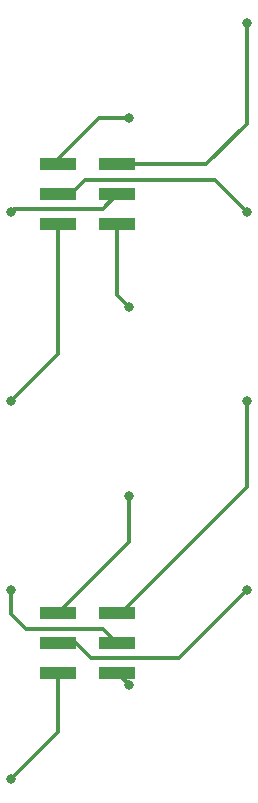
<source format=gbr>
%TF.GenerationSoftware,KiCad,Pcbnew,(6.0.10-0)*%
%TF.CreationDate,2024-12-24T09:07:03+01:00*%
%TF.ProjectId,Keymaster PCB,4b65796d-6173-4746-9572-205043422e6b,rev?*%
%TF.SameCoordinates,Original*%
%TF.FileFunction,Copper,L2,Bot*%
%TF.FilePolarity,Positive*%
%FSLAX46Y46*%
G04 Gerber Fmt 4.6, Leading zero omitted, Abs format (unit mm)*
G04 Created by KiCad (PCBNEW (6.0.10-0)) date 2024-12-24 09:07:03*
%MOMM*%
%LPD*%
G01*
G04 APERTURE LIST*
%TA.AperFunction,SMDPad,CuDef*%
%ADD10R,3.150000X1.000000*%
%TD*%
%TA.AperFunction,ViaPad*%
%ADD11C,0.800000*%
%TD*%
%TA.AperFunction,Conductor*%
%ADD12C,0.350000*%
%TD*%
G04 APERTURE END LIST*
D10*
%TO.P,J2,1,Pin_1*%
%TO.N,Net-(J2-Pad1)*%
X78025000Y-67460000D03*
%TO.P,J2,2,Pin_2*%
%TO.N,Net-(J2-Pad2)*%
X78025000Y-70000000D03*
%TO.P,J2,3,Pin_3*%
%TO.N,Net-(J2-Pad3)*%
X78025000Y-72540000D03*
%TO.P,J2,4,Pin_4*%
%TO.N,Net-(J2-Pad4)*%
X72975000Y-67460000D03*
%TO.P,J2,5,Pin_5*%
%TO.N,Net-(J2-Pad5)*%
X72975000Y-70000000D03*
%TO.P,J2,6,Pin_6*%
%TO.N,Net-(J2-Pad6)*%
X72975000Y-72540000D03*
%TD*%
%TO.P,J1,1,Pin_1*%
%TO.N,Net-(J1-Pad1)*%
X78025000Y-29460000D03*
%TO.P,J1,2,Pin_2*%
%TO.N,Net-(J1-Pad2)*%
X78025000Y-32000000D03*
%TO.P,J1,3,Pin_3*%
%TO.N,Net-(J1-Pad3)*%
X78025000Y-34540000D03*
%TO.P,J1,4,Pin_4*%
%TO.N,Net-(J1-Pad4)*%
X72975000Y-29460000D03*
%TO.P,J1,5,Pin_5*%
%TO.N,Net-(J1-Pad5)*%
X72975000Y-32000000D03*
%TO.P,J1,6,Pin_6*%
%TO.N,Net-(J1-Pad6)*%
X72975000Y-34540000D03*
%TD*%
D11*
%TO.N,Net-(J1-Pad1)*%
X89000000Y-17500000D03*
%TO.N,Net-(J1-Pad2)*%
X69000000Y-33500000D03*
%TO.N,Net-(J1-Pad3)*%
X79000000Y-41500000D03*
%TO.N,Net-(J2-Pad1)*%
X89000000Y-49500000D03*
%TO.N,Net-(J2-Pad2)*%
X69000000Y-65500000D03*
%TO.N,Net-(J2-Pad3)*%
X79000000Y-73500000D03*
%TO.N,Net-(J2-Pad4)*%
X79000000Y-57500000D03*
%TO.N,Net-(J2-Pad5)*%
X89000000Y-65500000D03*
%TO.N,Net-(J2-Pad6)*%
X69000000Y-81500000D03*
%TO.N,Net-(J1-Pad4)*%
X79000000Y-25500000D03*
%TO.N,Net-(J1-Pad5)*%
X89000000Y-33500000D03*
%TO.N,Net-(J1-Pad6)*%
X69000000Y-49500000D03*
%TD*%
D12*
%TO.N,Net-(J1-Pad1)*%
X89000000Y-26000000D02*
X89000000Y-17500000D01*
X85540000Y-29460000D02*
X89000000Y-26000000D01*
X78025000Y-29460000D02*
X85540000Y-29460000D01*
%TO.N,Net-(J1-Pad2)*%
X78025000Y-32000000D02*
X76775000Y-33250000D01*
X69250000Y-33250000D02*
X69000000Y-33500000D01*
X76775000Y-33250000D02*
X69250000Y-33250000D01*
%TO.N,Net-(J1-Pad3)*%
X78025000Y-34540000D02*
X78025000Y-40525000D01*
X78025000Y-40525000D02*
X79000000Y-41500000D01*
%TO.N,Net-(J2-Pad1)*%
X78290000Y-67460000D02*
X89000000Y-56750000D01*
X78025000Y-67460000D02*
X78290000Y-67460000D01*
X89000000Y-56750000D02*
X89000000Y-49500000D01*
%TO.N,Net-(J2-Pad2)*%
X70250000Y-68750000D02*
X69000000Y-67500000D01*
X69000000Y-67500000D02*
X69000000Y-65500000D01*
X78025000Y-70000000D02*
X76775000Y-68750000D01*
X76775000Y-68750000D02*
X70250000Y-68750000D01*
%TO.N,Net-(J2-Pad3)*%
X78025000Y-72540000D02*
X78040000Y-72540000D01*
X78040000Y-72540000D02*
X79000000Y-73500000D01*
%TO.N,Net-(J2-Pad4)*%
X79000000Y-61435000D02*
X79000000Y-57500000D01*
X72975000Y-67460000D02*
X79000000Y-61435000D01*
%TO.N,Net-(J2-Pad5)*%
X72975000Y-70000000D02*
X74500000Y-70000000D01*
X75750000Y-71250000D02*
X83250000Y-71250000D01*
X74500000Y-70000000D02*
X75750000Y-71250000D01*
X83250000Y-71250000D02*
X89000000Y-65500000D01*
%TO.N,Net-(J2-Pad6)*%
X72975000Y-72540000D02*
X72975000Y-77525000D01*
X72975000Y-77525000D02*
X69000000Y-81500000D01*
%TO.N,Net-(J1-Pad4)*%
X76500000Y-25500000D02*
X79000000Y-25500000D01*
X72975000Y-29460000D02*
X72975000Y-29025000D01*
X72975000Y-29025000D02*
X76500000Y-25500000D01*
%TO.N,Net-(J1-Pad5)*%
X74050000Y-32000000D02*
X75300000Y-30750000D01*
X75300000Y-30750000D02*
X86250000Y-30750000D01*
X72975000Y-32000000D02*
X74050000Y-32000000D01*
X86250000Y-30750000D02*
X89000000Y-33500000D01*
%TO.N,Net-(J1-Pad6)*%
X72975000Y-34540000D02*
X72975000Y-45525000D01*
X72975000Y-45525000D02*
X69000000Y-49500000D01*
%TD*%
M02*

</source>
